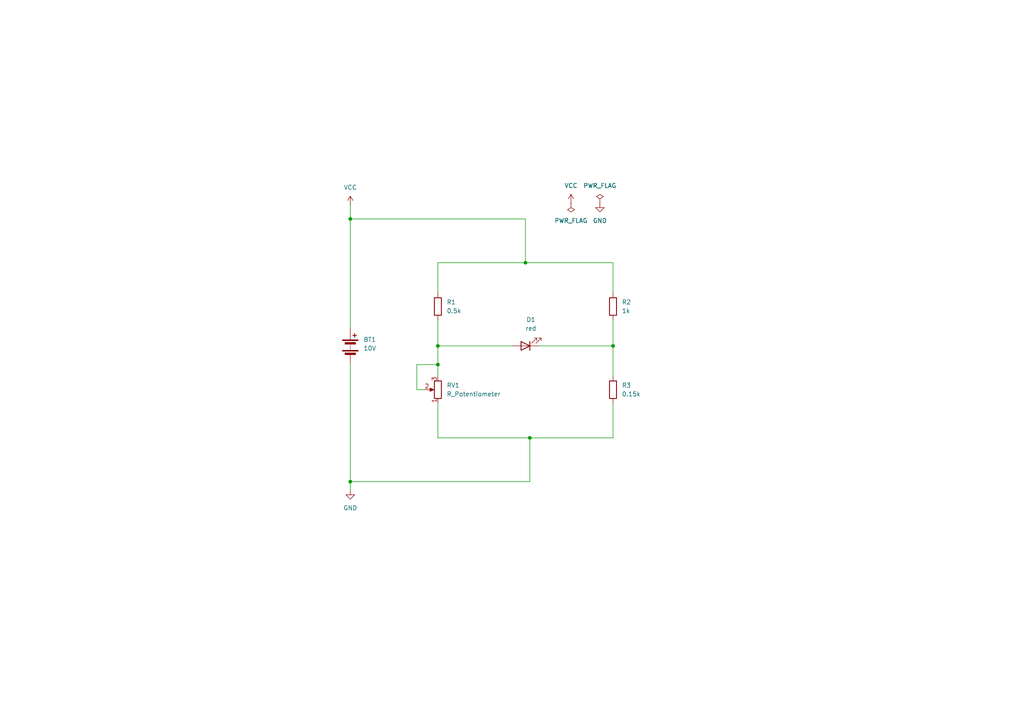
<source format=kicad_sch>
(kicad_sch
	(version 20231120)
	(generator "eeschema")
	(generator_version "8.0")
	(uuid "0611fe71-1d24-40c7-ac54-4fb53423ef94")
	(paper "A4")
	(lib_symbols
		(symbol "Device:Battery"
			(pin_numbers hide)
			(pin_names
				(offset 0) hide)
			(exclude_from_sim no)
			(in_bom yes)
			(on_board yes)
			(property "Reference" "BT"
				(at 2.54 2.54 0)
				(effects
					(font
						(size 1.27 1.27)
					)
					(justify left)
				)
			)
			(property "Value" "Battery"
				(at 2.54 0 0)
				(effects
					(font
						(size 1.27 1.27)
					)
					(justify left)
				)
			)
			(property "Footprint" ""
				(at 0 1.524 90)
				(effects
					(font
						(size 1.27 1.27)
					)
					(hide yes)
				)
			)
			(property "Datasheet" "~"
				(at 0 1.524 90)
				(effects
					(font
						(size 1.27 1.27)
					)
					(hide yes)
				)
			)
			(property "Description" "Multiple-cell battery"
				(at 0 0 0)
				(effects
					(font
						(size 1.27 1.27)
					)
					(hide yes)
				)
			)
			(property "ki_keywords" "batt voltage-source cell"
				(at 0 0 0)
				(effects
					(font
						(size 1.27 1.27)
					)
					(hide yes)
				)
			)
			(symbol "Battery_0_1"
				(rectangle
					(start -2.286 -1.27)
					(end 2.286 -1.524)
					(stroke
						(width 0)
						(type default)
					)
					(fill
						(type outline)
					)
				)
				(rectangle
					(start -2.286 1.778)
					(end 2.286 1.524)
					(stroke
						(width 0)
						(type default)
					)
					(fill
						(type outline)
					)
				)
				(rectangle
					(start -1.524 -2.032)
					(end 1.524 -2.54)
					(stroke
						(width 0)
						(type default)
					)
					(fill
						(type outline)
					)
				)
				(rectangle
					(start -1.524 1.016)
					(end 1.524 0.508)
					(stroke
						(width 0)
						(type default)
					)
					(fill
						(type outline)
					)
				)
				(polyline
					(pts
						(xy 0 -1.016) (xy 0 -0.762)
					)
					(stroke
						(width 0)
						(type default)
					)
					(fill
						(type none)
					)
				)
				(polyline
					(pts
						(xy 0 -0.508) (xy 0 -0.254)
					)
					(stroke
						(width 0)
						(type default)
					)
					(fill
						(type none)
					)
				)
				(polyline
					(pts
						(xy 0 0) (xy 0 0.254)
					)
					(stroke
						(width 0)
						(type default)
					)
					(fill
						(type none)
					)
				)
				(polyline
					(pts
						(xy 0 1.778) (xy 0 2.54)
					)
					(stroke
						(width 0)
						(type default)
					)
					(fill
						(type none)
					)
				)
				(polyline
					(pts
						(xy 0.762 3.048) (xy 1.778 3.048)
					)
					(stroke
						(width 0.254)
						(type default)
					)
					(fill
						(type none)
					)
				)
				(polyline
					(pts
						(xy 1.27 3.556) (xy 1.27 2.54)
					)
					(stroke
						(width 0.254)
						(type default)
					)
					(fill
						(type none)
					)
				)
			)
			(symbol "Battery_1_1"
				(pin passive line
					(at 0 5.08 270)
					(length 2.54)
					(name "+"
						(effects
							(font
								(size 1.27 1.27)
							)
						)
					)
					(number "1"
						(effects
							(font
								(size 1.27 1.27)
							)
						)
					)
				)
				(pin passive line
					(at 0 -5.08 90)
					(length 2.54)
					(name "-"
						(effects
							(font
								(size 1.27 1.27)
							)
						)
					)
					(number "2"
						(effects
							(font
								(size 1.27 1.27)
							)
						)
					)
				)
			)
		)
		(symbol "Device:LED"
			(pin_numbers hide)
			(pin_names
				(offset 1.016) hide)
			(exclude_from_sim no)
			(in_bom yes)
			(on_board yes)
			(property "Reference" "D"
				(at 0 2.54 0)
				(effects
					(font
						(size 1.27 1.27)
					)
				)
			)
			(property "Value" "LED"
				(at 0 -2.54 0)
				(effects
					(font
						(size 1.27 1.27)
					)
				)
			)
			(property "Footprint" ""
				(at 0 0 0)
				(effects
					(font
						(size 1.27 1.27)
					)
					(hide yes)
				)
			)
			(property "Datasheet" "~"
				(at 0 0 0)
				(effects
					(font
						(size 1.27 1.27)
					)
					(hide yes)
				)
			)
			(property "Description" "Light emitting diode"
				(at 0 0 0)
				(effects
					(font
						(size 1.27 1.27)
					)
					(hide yes)
				)
			)
			(property "ki_keywords" "LED diode"
				(at 0 0 0)
				(effects
					(font
						(size 1.27 1.27)
					)
					(hide yes)
				)
			)
			(property "ki_fp_filters" "LED* LED_SMD:* LED_THT:*"
				(at 0 0 0)
				(effects
					(font
						(size 1.27 1.27)
					)
					(hide yes)
				)
			)
			(symbol "LED_0_1"
				(polyline
					(pts
						(xy -1.27 -1.27) (xy -1.27 1.27)
					)
					(stroke
						(width 0.254)
						(type default)
					)
					(fill
						(type none)
					)
				)
				(polyline
					(pts
						(xy -1.27 0) (xy 1.27 0)
					)
					(stroke
						(width 0)
						(type default)
					)
					(fill
						(type none)
					)
				)
				(polyline
					(pts
						(xy 1.27 -1.27) (xy 1.27 1.27) (xy -1.27 0) (xy 1.27 -1.27)
					)
					(stroke
						(width 0.254)
						(type default)
					)
					(fill
						(type none)
					)
				)
				(polyline
					(pts
						(xy -3.048 -0.762) (xy -4.572 -2.286) (xy -3.81 -2.286) (xy -4.572 -2.286) (xy -4.572 -1.524)
					)
					(stroke
						(width 0)
						(type default)
					)
					(fill
						(type none)
					)
				)
				(polyline
					(pts
						(xy -1.778 -0.762) (xy -3.302 -2.286) (xy -2.54 -2.286) (xy -3.302 -2.286) (xy -3.302 -1.524)
					)
					(stroke
						(width 0)
						(type default)
					)
					(fill
						(type none)
					)
				)
			)
			(symbol "LED_1_1"
				(pin passive line
					(at -3.81 0 0)
					(length 2.54)
					(name "K"
						(effects
							(font
								(size 1.27 1.27)
							)
						)
					)
					(number "1"
						(effects
							(font
								(size 1.27 1.27)
							)
						)
					)
				)
				(pin passive line
					(at 3.81 0 180)
					(length 2.54)
					(name "A"
						(effects
							(font
								(size 1.27 1.27)
							)
						)
					)
					(number "2"
						(effects
							(font
								(size 1.27 1.27)
							)
						)
					)
				)
			)
		)
		(symbol "Device:R"
			(pin_numbers hide)
			(pin_names
				(offset 0)
			)
			(exclude_from_sim no)
			(in_bom yes)
			(on_board yes)
			(property "Reference" "R"
				(at 2.032 0 90)
				(effects
					(font
						(size 1.27 1.27)
					)
				)
			)
			(property "Value" "R"
				(at 0 0 90)
				(effects
					(font
						(size 1.27 1.27)
					)
				)
			)
			(property "Footprint" ""
				(at -1.778 0 90)
				(effects
					(font
						(size 1.27 1.27)
					)
					(hide yes)
				)
			)
			(property "Datasheet" "~"
				(at 0 0 0)
				(effects
					(font
						(size 1.27 1.27)
					)
					(hide yes)
				)
			)
			(property "Description" "Resistor"
				(at 0 0 0)
				(effects
					(font
						(size 1.27 1.27)
					)
					(hide yes)
				)
			)
			(property "ki_keywords" "R res resistor"
				(at 0 0 0)
				(effects
					(font
						(size 1.27 1.27)
					)
					(hide yes)
				)
			)
			(property "ki_fp_filters" "R_*"
				(at 0 0 0)
				(effects
					(font
						(size 1.27 1.27)
					)
					(hide yes)
				)
			)
			(symbol "R_0_1"
				(rectangle
					(start -1.016 -2.54)
					(end 1.016 2.54)
					(stroke
						(width 0.254)
						(type default)
					)
					(fill
						(type none)
					)
				)
			)
			(symbol "R_1_1"
				(pin passive line
					(at 0 3.81 270)
					(length 1.27)
					(name "~"
						(effects
							(font
								(size 1.27 1.27)
							)
						)
					)
					(number "1"
						(effects
							(font
								(size 1.27 1.27)
							)
						)
					)
				)
				(pin passive line
					(at 0 -3.81 90)
					(length 1.27)
					(name "~"
						(effects
							(font
								(size 1.27 1.27)
							)
						)
					)
					(number "2"
						(effects
							(font
								(size 1.27 1.27)
							)
						)
					)
				)
			)
		)
		(symbol "Device:R_Potentiometer"
			(pin_names
				(offset 1.016) hide)
			(exclude_from_sim no)
			(in_bom yes)
			(on_board yes)
			(property "Reference" "RV"
				(at -4.445 0 90)
				(effects
					(font
						(size 1.27 1.27)
					)
				)
			)
			(property "Value" "R_Potentiometer"
				(at -2.54 0 90)
				(effects
					(font
						(size 1.27 1.27)
					)
				)
			)
			(property "Footprint" ""
				(at 0 0 0)
				(effects
					(font
						(size 1.27 1.27)
					)
					(hide yes)
				)
			)
			(property "Datasheet" "~"
				(at 0 0 0)
				(effects
					(font
						(size 1.27 1.27)
					)
					(hide yes)
				)
			)
			(property "Description" "Potentiometer"
				(at 0 0 0)
				(effects
					(font
						(size 1.27 1.27)
					)
					(hide yes)
				)
			)
			(property "ki_keywords" "resistor variable"
				(at 0 0 0)
				(effects
					(font
						(size 1.27 1.27)
					)
					(hide yes)
				)
			)
			(property "ki_fp_filters" "Potentiometer*"
				(at 0 0 0)
				(effects
					(font
						(size 1.27 1.27)
					)
					(hide yes)
				)
			)
			(symbol "R_Potentiometer_0_1"
				(polyline
					(pts
						(xy 2.54 0) (xy 1.524 0)
					)
					(stroke
						(width 0)
						(type default)
					)
					(fill
						(type none)
					)
				)
				(polyline
					(pts
						(xy 1.143 0) (xy 2.286 0.508) (xy 2.286 -0.508) (xy 1.143 0)
					)
					(stroke
						(width 0)
						(type default)
					)
					(fill
						(type outline)
					)
				)
				(rectangle
					(start 1.016 2.54)
					(end -1.016 -2.54)
					(stroke
						(width 0.254)
						(type default)
					)
					(fill
						(type none)
					)
				)
			)
			(symbol "R_Potentiometer_1_1"
				(pin passive line
					(at 0 3.81 270)
					(length 1.27)
					(name "1"
						(effects
							(font
								(size 1.27 1.27)
							)
						)
					)
					(number "1"
						(effects
							(font
								(size 1.27 1.27)
							)
						)
					)
				)
				(pin passive line
					(at 3.81 0 180)
					(length 1.27)
					(name "2"
						(effects
							(font
								(size 1.27 1.27)
							)
						)
					)
					(number "2"
						(effects
							(font
								(size 1.27 1.27)
							)
						)
					)
				)
				(pin passive line
					(at 0 -3.81 90)
					(length 1.27)
					(name "3"
						(effects
							(font
								(size 1.27 1.27)
							)
						)
					)
					(number "3"
						(effects
							(font
								(size 1.27 1.27)
							)
						)
					)
				)
			)
		)
		(symbol "power:GND"
			(power)
			(pin_numbers hide)
			(pin_names
				(offset 0) hide)
			(exclude_from_sim no)
			(in_bom yes)
			(on_board yes)
			(property "Reference" "#PWR"
				(at 0 -6.35 0)
				(effects
					(font
						(size 1.27 1.27)
					)
					(hide yes)
				)
			)
			(property "Value" "GND"
				(at 0 -3.81 0)
				(effects
					(font
						(size 1.27 1.27)
					)
				)
			)
			(property "Footprint" ""
				(at 0 0 0)
				(effects
					(font
						(size 1.27 1.27)
					)
					(hide yes)
				)
			)
			(property "Datasheet" ""
				(at 0 0 0)
				(effects
					(font
						(size 1.27 1.27)
					)
					(hide yes)
				)
			)
			(property "Description" "Power symbol creates a global label with name \"GND\" , ground"
				(at 0 0 0)
				(effects
					(font
						(size 1.27 1.27)
					)
					(hide yes)
				)
			)
			(property "ki_keywords" "global power"
				(at 0 0 0)
				(effects
					(font
						(size 1.27 1.27)
					)
					(hide yes)
				)
			)
			(symbol "GND_0_1"
				(polyline
					(pts
						(xy 0 0) (xy 0 -1.27) (xy 1.27 -1.27) (xy 0 -2.54) (xy -1.27 -1.27) (xy 0 -1.27)
					)
					(stroke
						(width 0)
						(type default)
					)
					(fill
						(type none)
					)
				)
			)
			(symbol "GND_1_1"
				(pin power_in line
					(at 0 0 270)
					(length 0)
					(name "~"
						(effects
							(font
								(size 1.27 1.27)
							)
						)
					)
					(number "1"
						(effects
							(font
								(size 1.27 1.27)
							)
						)
					)
				)
			)
		)
		(symbol "power:PWR_FLAG"
			(power)
			(pin_numbers hide)
			(pin_names
				(offset 0) hide)
			(exclude_from_sim no)
			(in_bom yes)
			(on_board yes)
			(property "Reference" "#FLG"
				(at 0 1.905 0)
				(effects
					(font
						(size 1.27 1.27)
					)
					(hide yes)
				)
			)
			(property "Value" "PWR_FLAG"
				(at 0 3.81 0)
				(effects
					(font
						(size 1.27 1.27)
					)
				)
			)
			(property "Footprint" ""
				(at 0 0 0)
				(effects
					(font
						(size 1.27 1.27)
					)
					(hide yes)
				)
			)
			(property "Datasheet" "~"
				(at 0 0 0)
				(effects
					(font
						(size 1.27 1.27)
					)
					(hide yes)
				)
			)
			(property "Description" "Special symbol for telling ERC where power comes from"
				(at 0 0 0)
				(effects
					(font
						(size 1.27 1.27)
					)
					(hide yes)
				)
			)
			(property "ki_keywords" "flag power"
				(at 0 0 0)
				(effects
					(font
						(size 1.27 1.27)
					)
					(hide yes)
				)
			)
			(symbol "PWR_FLAG_0_0"
				(pin power_out line
					(at 0 0 90)
					(length 0)
					(name "~"
						(effects
							(font
								(size 1.27 1.27)
							)
						)
					)
					(number "1"
						(effects
							(font
								(size 1.27 1.27)
							)
						)
					)
				)
			)
			(symbol "PWR_FLAG_0_1"
				(polyline
					(pts
						(xy 0 0) (xy 0 1.27) (xy -1.016 1.905) (xy 0 2.54) (xy 1.016 1.905) (xy 0 1.27)
					)
					(stroke
						(width 0)
						(type default)
					)
					(fill
						(type none)
					)
				)
			)
		)
		(symbol "power:VCC"
			(power)
			(pin_numbers hide)
			(pin_names
				(offset 0) hide)
			(exclude_from_sim no)
			(in_bom yes)
			(on_board yes)
			(property "Reference" "#PWR"
				(at 0 -3.81 0)
				(effects
					(font
						(size 1.27 1.27)
					)
					(hide yes)
				)
			)
			(property "Value" "VCC"
				(at 0 3.556 0)
				(effects
					(font
						(size 1.27 1.27)
					)
				)
			)
			(property "Footprint" ""
				(at 0 0 0)
				(effects
					(font
						(size 1.27 1.27)
					)
					(hide yes)
				)
			)
			(property "Datasheet" ""
				(at 0 0 0)
				(effects
					(font
						(size 1.27 1.27)
					)
					(hide yes)
				)
			)
			(property "Description" "Power symbol creates a global label with name \"VCC\""
				(at 0 0 0)
				(effects
					(font
						(size 1.27 1.27)
					)
					(hide yes)
				)
			)
			(property "ki_keywords" "global power"
				(at 0 0 0)
				(effects
					(font
						(size 1.27 1.27)
					)
					(hide yes)
				)
			)
			(symbol "VCC_0_1"
				(polyline
					(pts
						(xy -0.762 1.27) (xy 0 2.54)
					)
					(stroke
						(width 0)
						(type default)
					)
					(fill
						(type none)
					)
				)
				(polyline
					(pts
						(xy 0 0) (xy 0 2.54)
					)
					(stroke
						(width 0)
						(type default)
					)
					(fill
						(type none)
					)
				)
				(polyline
					(pts
						(xy 0 2.54) (xy 0.762 1.27)
					)
					(stroke
						(width 0)
						(type default)
					)
					(fill
						(type none)
					)
				)
			)
			(symbol "VCC_1_1"
				(pin power_in line
					(at 0 0 90)
					(length 0)
					(name "~"
						(effects
							(font
								(size 1.27 1.27)
							)
						)
					)
					(number "1"
						(effects
							(font
								(size 1.27 1.27)
							)
						)
					)
				)
			)
		)
	)
	(junction
		(at 153.67 127)
		(diameter 0)
		(color 0 0 0 0)
		(uuid "2ca28a3c-72be-446e-962d-d74c8372ada2")
	)
	(junction
		(at 177.8 100.33)
		(diameter 0)
		(color 0 0 0 0)
		(uuid "345a71c1-8d6c-4920-bfc5-edcfd8c9e7f5")
	)
	(junction
		(at 127 100.33)
		(diameter 0)
		(color 0 0 0 0)
		(uuid "37454f4d-f9a9-4cb8-9ab5-1f6008b995ca")
	)
	(junction
		(at 152.4 76.2)
		(diameter 0)
		(color 0 0 0 0)
		(uuid "7d9eadc1-40ed-4ea5-b34d-698b94609558")
	)
	(junction
		(at 127 105.7479)
		(diameter 0)
		(color 0 0 0 0)
		(uuid "aec254bd-b5ed-499f-90f2-5ca51044f849")
	)
	(junction
		(at 101.6 139.7)
		(diameter 0)
		(color 0 0 0 0)
		(uuid "d7005e4e-2d32-4b04-9883-c107a9f06594")
	)
	(junction
		(at 101.6 63.5)
		(diameter 0)
		(color 0 0 0 0)
		(uuid "db309e47-67da-4b62-ada2-19a19f45b87b")
	)
	(wire
		(pts
			(xy 127 100.33) (xy 148.59 100.33)
		)
		(stroke
			(width 0)
			(type default)
		)
		(uuid "01360723-c81d-4f19-958b-50fcafc1e861")
	)
	(wire
		(pts
			(xy 177.8 76.2) (xy 177.8 85.09)
		)
		(stroke
			(width 0)
			(type default)
		)
		(uuid "1276082a-7416-49ba-ba90-98e2d70c620b")
	)
	(wire
		(pts
			(xy 177.8 127) (xy 177.8 116.84)
		)
		(stroke
			(width 0)
			(type default)
		)
		(uuid "18c92633-6cb9-4270-b995-0fa7b920da45")
	)
	(wire
		(pts
			(xy 101.6 139.7) (xy 153.67 139.7)
		)
		(stroke
			(width 0)
			(type default)
		)
		(uuid "1d0f32fe-d418-4a43-8d9e-a2cfc8fef691")
	)
	(wire
		(pts
			(xy 152.4 76.2) (xy 177.8 76.2)
		)
		(stroke
			(width 0)
			(type default)
		)
		(uuid "3c5e472b-8c40-47bc-a5f4-2875e8408cfd")
	)
	(wire
		(pts
			(xy 127 85.09) (xy 127 76.2)
		)
		(stroke
			(width 0)
			(type default)
		)
		(uuid "42d221fc-3790-4287-8ae8-4c8d09a0673d")
	)
	(wire
		(pts
			(xy 101.6 139.7) (xy 101.6 142.24)
		)
		(stroke
			(width 0)
			(type default)
		)
		(uuid "4df4ef8e-0ab5-4e57-8029-e39845e6f1bd")
	)
	(wire
		(pts
			(xy 152.4 63.5) (xy 152.4 76.2)
		)
		(stroke
			(width 0)
			(type default)
		)
		(uuid "5471b8fe-3b77-4fdd-9960-15440cb9f6aa")
	)
	(wire
		(pts
			(xy 177.8 92.71) (xy 177.8 100.33)
		)
		(stroke
			(width 0)
			(type default)
		)
		(uuid "54b80032-6620-4f57-b5ef-bb4215f9292a")
	)
	(wire
		(pts
			(xy 127 105.7479) (xy 127 109.22)
		)
		(stroke
			(width 0)
			(type default)
		)
		(uuid "5707b3bc-9213-431c-8bcf-3ce108d64aef")
	)
	(wire
		(pts
			(xy 120.8991 113.03) (xy 120.8991 105.7479)
		)
		(stroke
			(width 0)
			(type default)
		)
		(uuid "67c2b9a6-e3e0-4c18-9a8d-cd032a2f982a")
	)
	(wire
		(pts
			(xy 123.19 113.03) (xy 120.8991 113.03)
		)
		(stroke
			(width 0)
			(type default)
		)
		(uuid "774b3bff-e89c-45a1-9a1f-8f4505d878df")
	)
	(wire
		(pts
			(xy 101.6 105.41) (xy 101.6 139.7)
		)
		(stroke
			(width 0)
			(type default)
		)
		(uuid "82a6d712-b99a-4b8d-b563-22f452f789a9")
	)
	(wire
		(pts
			(xy 177.8 100.33) (xy 177.8 109.22)
		)
		(stroke
			(width 0)
			(type default)
		)
		(uuid "83113075-921a-43b4-a146-35a9001b5ece")
	)
	(wire
		(pts
			(xy 101.6 63.5) (xy 152.4 63.5)
		)
		(stroke
			(width 0)
			(type default)
		)
		(uuid "88956466-c262-41de-835e-d842e6fd027f")
	)
	(wire
		(pts
			(xy 153.67 139.7) (xy 153.67 127)
		)
		(stroke
			(width 0)
			(type default)
		)
		(uuid "9433c643-fe34-4cdc-8a3b-a54c6e23c38d")
	)
	(wire
		(pts
			(xy 127 92.71) (xy 127 100.33)
		)
		(stroke
			(width 0)
			(type default)
		)
		(uuid "97a25ff0-9e84-4e1d-a0b0-3c020f380803")
	)
	(wire
		(pts
			(xy 101.6 59.436) (xy 101.6 63.5)
		)
		(stroke
			(width 0)
			(type default)
		)
		(uuid "a6cb2a96-a37c-482f-8d58-92d935f1249c")
	)
	(wire
		(pts
			(xy 153.67 127) (xy 177.8 127)
		)
		(stroke
			(width 0)
			(type default)
		)
		(uuid "af08a045-45c1-410b-b223-c70bd5de2291")
	)
	(wire
		(pts
			(xy 101.6 63.5) (xy 101.6 95.25)
		)
		(stroke
			(width 0)
			(type default)
		)
		(uuid "b3337ae8-349c-4496-bdab-dfa801df2981")
	)
	(wire
		(pts
			(xy 127 127) (xy 153.67 127)
		)
		(stroke
			(width 0)
			(type default)
		)
		(uuid "c30b15b2-aa4e-4f82-97e3-bc45ba6cca74")
	)
	(wire
		(pts
			(xy 127 76.2) (xy 152.4 76.2)
		)
		(stroke
			(width 0)
			(type default)
		)
		(uuid "ccf00d30-1ed4-4bb1-865e-9c740da82b97")
	)
	(wire
		(pts
			(xy 127 116.84) (xy 127 127)
		)
		(stroke
			(width 0)
			(type default)
		)
		(uuid "d09e92d6-a833-4cdf-9d4b-a4936fcde734")
	)
	(wire
		(pts
			(xy 156.21 100.33) (xy 177.8 100.33)
		)
		(stroke
			(width 0)
			(type default)
		)
		(uuid "e3dbe36d-4bca-4a25-8f80-5fad514466de")
	)
	(wire
		(pts
			(xy 127 100.33) (xy 127 105.7479)
		)
		(stroke
			(width 0)
			(type default)
		)
		(uuid "e579b521-2b33-4d45-8ae0-f702f9fcd138")
	)
	(wire
		(pts
			(xy 120.8991 105.7479) (xy 127 105.7479)
		)
		(stroke
			(width 0)
			(type default)
		)
		(uuid "fdd0f442-d214-42b1-a283-283fbebcbcf9")
	)
	(symbol
		(lib_id "Device:R")
		(at 127 88.9 180)
		(unit 1)
		(exclude_from_sim no)
		(in_bom yes)
		(on_board yes)
		(dnp no)
		(fields_autoplaced yes)
		(uuid "2d8e3968-e2ed-4a6d-bac6-92af45f39f91")
		(property "Reference" "R1"
			(at 129.54 87.6299 0)
			(effects
				(font
					(size 1.27 1.27)
				)
				(justify right)
			)
		)
		(property "Value" "0.5k"
			(at 129.54 90.1699 0)
			(effects
				(font
					(size 1.27 1.27)
				)
				(justify right)
			)
		)
		(property "Footprint" "Resistor_THT:R_Axial_DIN0309_L9.0mm_D3.2mm_P12.70mm_Horizontal"
			(at 128.778 88.9 90)
			(effects
				(font
					(size 1.27 1.27)
				)
				(hide yes)
			)
		)
		(property "Datasheet" "~"
			(at 127 88.9 0)
			(effects
				(font
					(size 1.27 1.27)
				)
				(hide yes)
			)
		)
		(property "Description" "Resistor"
			(at 127 88.9 0)
			(effects
				(font
					(size 1.27 1.27)
				)
				(hide yes)
			)
		)
		(pin "2"
			(uuid "dbb66020-34ae-4bdf-87d5-0f1ba849fef2")
		)
		(pin "1"
			(uuid "78f70093-c42a-4532-bf88-4337accf9004")
		)
		(instances
			(project "WheatstonBridge"
				(path "/0611fe71-1d24-40c7-ac54-4fb53423ef94"
					(reference "R1")
					(unit 1)
				)
			)
		)
	)
	(symbol
		(lib_id "Device:LED")
		(at 152.4 100.33 180)
		(unit 1)
		(exclude_from_sim no)
		(in_bom yes)
		(on_board yes)
		(dnp no)
		(fields_autoplaced yes)
		(uuid "3984dad9-f8ac-4519-a074-fd706ed5e4b6")
		(property "Reference" "D1"
			(at 153.9875 92.71 0)
			(effects
				(font
					(size 1.27 1.27)
				)
			)
		)
		(property "Value" "red"
			(at 153.9875 95.25 0)
			(effects
				(font
					(size 1.27 1.27)
				)
			)
		)
		(property "Footprint" "LED_THT:LED_D5.0mm"
			(at 152.4 100.33 0)
			(effects
				(font
					(size 1.27 1.27)
				)
				(hide yes)
			)
		)
		(property "Datasheet" "~"
			(at 152.4 100.33 0)
			(effects
				(font
					(size 1.27 1.27)
				)
				(hide yes)
			)
		)
		(property "Description" "Light emitting diode"
			(at 152.4 100.33 0)
			(effects
				(font
					(size 1.27 1.27)
				)
				(hide yes)
			)
		)
		(pin "1"
			(uuid "c20b8326-14b1-4205-acdd-f45a5542608c")
		)
		(pin "2"
			(uuid "1fd32e6d-f59a-422a-a873-87337c7601d8")
		)
		(instances
			(project "WheatstonBridge"
				(path "/0611fe71-1d24-40c7-ac54-4fb53423ef94"
					(reference "D1")
					(unit 1)
				)
			)
		)
	)
	(symbol
		(lib_id "power:PWR_FLAG")
		(at 165.608 58.928 180)
		(unit 1)
		(exclude_from_sim no)
		(in_bom yes)
		(on_board yes)
		(dnp no)
		(fields_autoplaced yes)
		(uuid "3c8904ba-c00d-4eb7-993c-13325fd8cf5b")
		(property "Reference" "#FLG03"
			(at 165.608 60.833 0)
			(effects
				(font
					(size 1.27 1.27)
				)
				(hide yes)
			)
		)
		(property "Value" "PWR_FLAG"
			(at 165.608 64.008 0)
			(effects
				(font
					(size 1.27 1.27)
				)
			)
		)
		(property "Footprint" ""
			(at 165.608 58.928 0)
			(effects
				(font
					(size 1.27 1.27)
				)
				(hide yes)
			)
		)
		(property "Datasheet" "~"
			(at 165.608 58.928 0)
			(effects
				(font
					(size 1.27 1.27)
				)
				(hide yes)
			)
		)
		(property "Description" "Special symbol for telling ERC where power comes from"
			(at 165.608 58.928 0)
			(effects
				(font
					(size 1.27 1.27)
				)
				(hide yes)
			)
		)
		(pin "1"
			(uuid "79b37a10-2f19-4cfd-8670-1f3378ffe931")
		)
		(instances
			(project "WheatstoneBridge"
				(path "/0611fe71-1d24-40c7-ac54-4fb53423ef94"
					(reference "#FLG03")
					(unit 1)
				)
			)
		)
	)
	(symbol
		(lib_id "Device:R")
		(at 177.8 113.03 0)
		(unit 1)
		(exclude_from_sim no)
		(in_bom yes)
		(on_board yes)
		(dnp no)
		(fields_autoplaced yes)
		(uuid "76ded49e-063a-4444-8c98-b7ce811ff035")
		(property "Reference" "R3"
			(at 180.34 111.7599 0)
			(effects
				(font
					(size 1.27 1.27)
				)
				(justify left)
			)
		)
		(property "Value" "0.15k"
			(at 180.34 114.2999 0)
			(effects
				(font
					(size 1.27 1.27)
				)
				(justify left)
			)
		)
		(property "Footprint" "Resistor_THT:R_Axial_DIN0309_L9.0mm_D3.2mm_P12.70mm_Horizontal"
			(at 176.022 113.03 90)
			(effects
				(font
					(size 1.27 1.27)
				)
				(hide yes)
			)
		)
		(property "Datasheet" "~"
			(at 177.8 113.03 0)
			(effects
				(font
					(size 1.27 1.27)
				)
				(hide yes)
			)
		)
		(property "Description" "Resistor"
			(at 177.8 113.03 0)
			(effects
				(font
					(size 1.27 1.27)
				)
				(hide yes)
			)
		)
		(pin "2"
			(uuid "76ddc91d-5d4e-4c78-b075-27915074ba11")
		)
		(pin "1"
			(uuid "14a73492-14c2-4dcb-91fc-552e61fafbe9")
		)
		(instances
			(project "WheatstonBridge"
				(path "/0611fe71-1d24-40c7-ac54-4fb53423ef94"
					(reference "R3")
					(unit 1)
				)
			)
		)
	)
	(symbol
		(lib_id "power:PWR_FLAG")
		(at 173.99 58.928 0)
		(unit 1)
		(exclude_from_sim no)
		(in_bom yes)
		(on_board yes)
		(dnp no)
		(fields_autoplaced yes)
		(uuid "8d6c7712-563d-4cf2-adce-97455bf91a78")
		(property "Reference" "#FLG04"
			(at 173.99 57.023 0)
			(effects
				(font
					(size 1.27 1.27)
				)
				(hide yes)
			)
		)
		(property "Value" "PWR_FLAG"
			(at 173.99 53.848 0)
			(effects
				(font
					(size 1.27 1.27)
				)
			)
		)
		(property "Footprint" ""
			(at 173.99 58.928 0)
			(effects
				(font
					(size 1.27 1.27)
				)
				(hide yes)
			)
		)
		(property "Datasheet" "~"
			(at 173.99 58.928 0)
			(effects
				(font
					(size 1.27 1.27)
				)
				(hide yes)
			)
		)
		(property "Description" "Special symbol for telling ERC where power comes from"
			(at 173.99 58.928 0)
			(effects
				(font
					(size 1.27 1.27)
				)
				(hide yes)
			)
		)
		(pin "1"
			(uuid "0cce3e56-42d9-4a43-9cf1-63fe48f429ab")
		)
		(instances
			(project "WheatstoneBridge"
				(path "/0611fe71-1d24-40c7-ac54-4fb53423ef94"
					(reference "#FLG04")
					(unit 1)
				)
			)
		)
	)
	(symbol
		(lib_id "power:VCC")
		(at 165.608 58.928 0)
		(unit 1)
		(exclude_from_sim no)
		(in_bom yes)
		(on_board yes)
		(dnp no)
		(fields_autoplaced yes)
		(uuid "9e2c110c-b5eb-4265-8d7c-03c986a97bca")
		(property "Reference" "#PWR04"
			(at 165.608 62.738 0)
			(effects
				(font
					(size 1.27 1.27)
				)
				(hide yes)
			)
		)
		(property "Value" "VCC"
			(at 165.608 53.848 0)
			(effects
				(font
					(size 1.27 1.27)
				)
			)
		)
		(property "Footprint" ""
			(at 165.608 58.928 0)
			(effects
				(font
					(size 1.27 1.27)
				)
				(hide yes)
			)
		)
		(property "Datasheet" ""
			(at 165.608 58.928 0)
			(effects
				(font
					(size 1.27 1.27)
				)
				(hide yes)
			)
		)
		(property "Description" "Power symbol creates a global label with name \"VCC\""
			(at 165.608 58.928 0)
			(effects
				(font
					(size 1.27 1.27)
				)
				(hide yes)
			)
		)
		(pin "1"
			(uuid "46ed2867-b68d-4e9e-b0ab-bf11c3ff8d14")
		)
		(instances
			(project "WheatstoneBridge"
				(path "/0611fe71-1d24-40c7-ac54-4fb53423ef94"
					(reference "#PWR04")
					(unit 1)
				)
			)
		)
	)
	(symbol
		(lib_id "power:GND")
		(at 173.99 58.928 0)
		(unit 1)
		(exclude_from_sim no)
		(in_bom yes)
		(on_board yes)
		(dnp no)
		(fields_autoplaced yes)
		(uuid "aa72c2b9-39bf-4df0-bc19-d3c17d24fbaa")
		(property "Reference" "#PWR05"
			(at 173.99 65.278 0)
			(effects
				(font
					(size 1.27 1.27)
				)
				(hide yes)
			)
		)
		(property "Value" "GND"
			(at 173.99 64.008 0)
			(effects
				(font
					(size 1.27 1.27)
				)
			)
		)
		(property "Footprint" ""
			(at 173.99 58.928 0)
			(effects
				(font
					(size 1.27 1.27)
				)
				(hide yes)
			)
		)
		(property "Datasheet" ""
			(at 173.99 58.928 0)
			(effects
				(font
					(size 1.27 1.27)
				)
				(hide yes)
			)
		)
		(property "Description" "Power symbol creates a global label with name \"GND\" , ground"
			(at 173.99 58.928 0)
			(effects
				(font
					(size 1.27 1.27)
				)
				(hide yes)
			)
		)
		(pin "1"
			(uuid "c725cbc6-39f0-4032-b5b3-dc14687b638c")
		)
		(instances
			(project "WheatstoneBridge"
				(path "/0611fe71-1d24-40c7-ac54-4fb53423ef94"
					(reference "#PWR05")
					(unit 1)
				)
			)
		)
	)
	(symbol
		(lib_id "Device:R_Potentiometer")
		(at 127 113.03 180)
		(unit 1)
		(exclude_from_sim no)
		(in_bom yes)
		(on_board yes)
		(dnp no)
		(fields_autoplaced yes)
		(uuid "ae4b28f0-71b0-4569-8e93-fc5da4602d5b")
		(property "Reference" "RV1"
			(at 129.54 111.7599 0)
			(effects
				(font
					(size 1.27 1.27)
				)
				(justify right)
			)
		)
		(property "Value" "R_Potentiometer"
			(at 129.54 114.2999 0)
			(effects
				(font
					(size 1.27 1.27)
				)
				(justify right)
			)
		)
		(property "Footprint" "Potentiometer_THT:Potentiometer_Bourns_3296W_Vertical"
			(at 127 113.03 0)
			(effects
				(font
					(size 1.27 1.27)
				)
				(hide yes)
			)
		)
		(property "Datasheet" "~"
			(at 127 113.03 0)
			(effects
				(font
					(size 1.27 1.27)
				)
				(hide yes)
			)
		)
		(property "Description" "Potentiometer"
			(at 127 113.03 0)
			(effects
				(font
					(size 1.27 1.27)
				)
				(hide yes)
			)
		)
		(pin "2"
			(uuid "0278d503-f56b-4813-abda-e8b367f2005e")
		)
		(pin "1"
			(uuid "e19400df-51ab-440b-8d5b-6ec16ac257c2")
		)
		(pin "3"
			(uuid "894ef1d2-4cad-451b-8a04-322586451928")
		)
		(instances
			(project "WheatstonBridge"
				(path "/0611fe71-1d24-40c7-ac54-4fb53423ef94"
					(reference "RV1")
					(unit 1)
				)
			)
		)
	)
	(symbol
		(lib_id "Device:R")
		(at 177.8 88.9 0)
		(unit 1)
		(exclude_from_sim no)
		(in_bom yes)
		(on_board yes)
		(dnp no)
		(fields_autoplaced yes)
		(uuid "c2107310-b3e4-43f3-a581-e0df18120d9e")
		(property "Reference" "R2"
			(at 180.34 87.6299 0)
			(effects
				(font
					(size 1.27 1.27)
				)
				(justify left)
			)
		)
		(property "Value" "1k"
			(at 180.34 90.1699 0)
			(effects
				(font
					(size 1.27 1.27)
				)
				(justify left)
			)
		)
		(property "Footprint" "Resistor_THT:R_Axial_DIN0309_L9.0mm_D3.2mm_P12.70mm_Horizontal"
			(at 176.022 88.9 90)
			(effects
				(font
					(size 1.27 1.27)
				)
				(hide yes)
			)
		)
		(property "Datasheet" "~"
			(at 177.8 88.9 0)
			(effects
				(font
					(size 1.27 1.27)
				)
				(hide yes)
			)
		)
		(property "Description" "Resistor"
			(at 177.8 88.9 0)
			(effects
				(font
					(size 1.27 1.27)
				)
				(hide yes)
			)
		)
		(pin "2"
			(uuid "4baf6353-30d7-4f27-ab95-395f55e3b158")
		)
		(pin "1"
			(uuid "44411380-75f3-4a49-a0da-81db9f40495b")
		)
		(instances
			(project "WheatstonBridge"
				(path "/0611fe71-1d24-40c7-ac54-4fb53423ef94"
					(reference "R2")
					(unit 1)
				)
			)
		)
	)
	(symbol
		(lib_id "power:VCC")
		(at 101.6 59.436 0)
		(unit 1)
		(exclude_from_sim no)
		(in_bom yes)
		(on_board yes)
		(dnp no)
		(fields_autoplaced yes)
		(uuid "c82bee99-2aa4-4e20-8107-54df98d90d3d")
		(property "Reference" "#PWR01"
			(at 101.6 63.246 0)
			(effects
				(font
					(size 1.27 1.27)
				)
				(hide yes)
			)
		)
		(property "Value" "VCC"
			(at 101.6 54.356 0)
			(effects
				(font
					(size 1.27 1.27)
				)
			)
		)
		(property "Footprint" ""
			(at 101.6 59.436 0)
			(effects
				(font
					(size 1.27 1.27)
				)
				(hide yes)
			)
		)
		(property "Datasheet" ""
			(at 101.6 59.436 0)
			(effects
				(font
					(size 1.27 1.27)
				)
				(hide yes)
			)
		)
		(property "Description" "Power symbol creates a global label with name \"VCC\""
			(at 101.6 59.436 0)
			(effects
				(font
					(size 1.27 1.27)
				)
				(hide yes)
			)
		)
		(pin "1"
			(uuid "fd461a58-e22c-4058-8f47-551a99ee949c")
		)
		(instances
			(project "WheatstoneBridge"
				(path "/0611fe71-1d24-40c7-ac54-4fb53423ef94"
					(reference "#PWR01")
					(unit 1)
				)
			)
		)
	)
	(symbol
		(lib_id "Device:Battery")
		(at 101.6 100.33 0)
		(unit 1)
		(exclude_from_sim no)
		(in_bom yes)
		(on_board yes)
		(dnp no)
		(fields_autoplaced yes)
		(uuid "d9404990-ca82-4b74-827e-ce42f3a86277")
		(property "Reference" "BT1"
			(at 105.41 98.4884 0)
			(effects
				(font
					(size 1.27 1.27)
				)
				(justify left)
			)
		)
		(property "Value" "10V"
			(at 105.41 101.0284 0)
			(effects
				(font
					(size 1.27 1.27)
				)
				(justify left)
			)
		)
		(property "Footprint" "Battery:BatteryHolder_Keystone_1060_1x2032"
			(at 101.6 98.806 90)
			(effects
				(font
					(size 1.27 1.27)
				)
				(hide yes)
			)
		)
		(property "Datasheet" "~"
			(at 101.6 98.806 90)
			(effects
				(font
					(size 1.27 1.27)
				)
				(hide yes)
			)
		)
		(property "Description" "Multiple-cell battery"
			(at 101.6 100.33 0)
			(effects
				(font
					(size 1.27 1.27)
				)
				(hide yes)
			)
		)
		(pin "1"
			(uuid "29d9276e-b460-4781-a281-427c6d8556e6")
		)
		(pin "2"
			(uuid "14b6bfaa-c9ac-4256-92ea-1d57ece78e6d")
		)
		(instances
			(project "WheatstonBridge"
				(path "/0611fe71-1d24-40c7-ac54-4fb53423ef94"
					(reference "BT1")
					(unit 1)
				)
			)
		)
	)
	(symbol
		(lib_id "power:GND")
		(at 101.6 142.24 0)
		(unit 1)
		(exclude_from_sim no)
		(in_bom yes)
		(on_board yes)
		(dnp no)
		(fields_autoplaced yes)
		(uuid "e84ba68d-30cf-4696-894a-fc621fb2ac3d")
		(property "Reference" "#PWR02"
			(at 101.6 148.59 0)
			(effects
				(font
					(size 1.27 1.27)
				)
				(hide yes)
			)
		)
		(property "Value" "GND"
			(at 101.6 147.32 0)
			(effects
				(font
					(size 1.27 1.27)
				)
			)
		)
		(property "Footprint" ""
			(at 101.6 142.24 0)
			(effects
				(font
					(size 1.27 1.27)
				)
				(hide yes)
			)
		)
		(property "Datasheet" ""
			(at 101.6 142.24 0)
			(effects
				(font
					(size 1.27 1.27)
				)
				(hide yes)
			)
		)
		(property "Description" "Power symbol creates a global label with name \"GND\" , ground"
			(at 101.6 142.24 0)
			(effects
				(font
					(size 1.27 1.27)
				)
				(hide yes)
			)
		)
		(pin "1"
			(uuid "cd83a7e5-1820-42d5-99bb-98274c84793d")
		)
		(instances
			(project "WheatstoneBridge"
				(path "/0611fe71-1d24-40c7-ac54-4fb53423ef94"
					(reference "#PWR02")
					(unit 1)
				)
			)
		)
	)
	(sheet_instances
		(path "/"
			(page "1")
		)
	)
)

</source>
